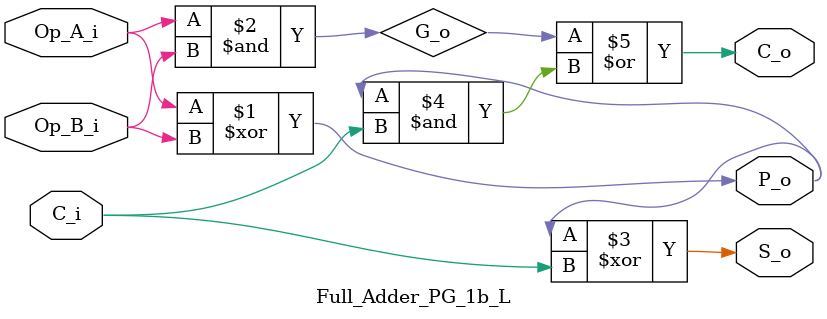
<source format=v>
`timescale 1ns / 1ps


module Full_Adder_PG_1b_L(
    input wire Op_A_i,
    input wire Op_B_i,
    input wire C_i, //Carry in
    output wire S_o, // Solution out
    output wire C_o, //Carry out
    output wire P_o //Propagate (for LZA)
    );
    
    wire G_o;
    assign P_o = Op_A_i ^ Op_B_i;
    assign G_o = Op_A_i & Op_B_i;
    assign S_o = P_o ^ C_i;
    assign C_o = G_o | (P_o & C_i);
    
endmodule

</source>
